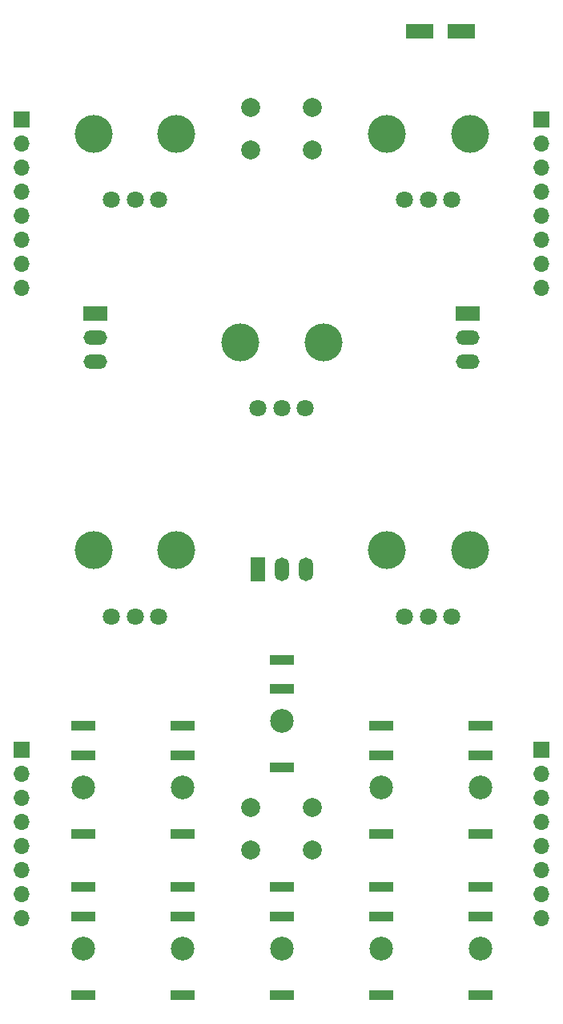
<source format=gbr>
G04 #@! TF.GenerationSoftware,KiCad,Pcbnew,(5.1.9)-1*
G04 #@! TF.CreationDate,2021-03-14T15:16:18+00:00*
G04 #@! TF.ProjectId,Retrospector_Controls,52657472-6f73-4706-9563-746f725f436f,rev?*
G04 #@! TF.SameCoordinates,Original*
G04 #@! TF.FileFunction,Soldermask,Top*
G04 #@! TF.FilePolarity,Negative*
%FSLAX46Y46*%
G04 Gerber Fmt 4.6, Leading zero omitted, Abs format (unit mm)*
G04 Created by KiCad (PCBNEW (5.1.9)-1) date 2021-03-14 15:16:18*
%MOMM*%
%LPD*%
G01*
G04 APERTURE LIST*
%ADD10C,4.000000*%
%ADD11C,1.800000*%
%ADD12O,2.500000X1.500000*%
%ADD13R,2.500000X1.500000*%
%ADD14O,1.500000X2.500000*%
%ADD15R,1.500000X2.500000*%
%ADD16C,2.500000*%
%ADD17R,2.500000X1.000000*%
%ADD18C,2.000000*%
%ADD19R,3.000000X1.600000*%
%ADD20R,1.700000X1.700000*%
%ADD21O,1.700000X1.700000*%
G04 APERTURE END LIST*
D10*
X110100000Y-65000000D03*
X118900000Y-65000000D03*
D11*
X112000000Y-72000000D03*
X114500000Y-72000000D03*
X117000000Y-72000000D03*
D12*
X149700000Y-89040000D03*
X149700000Y-86500000D03*
D13*
X149700000Y-83960000D03*
D14*
X132540000Y-111000000D03*
X130000000Y-111000000D03*
D15*
X127460000Y-111000000D03*
D12*
X110300000Y-89040000D03*
X110300000Y-86500000D03*
D13*
X110300000Y-83960000D03*
D16*
X130000000Y-127000000D03*
D17*
X130000000Y-120520000D03*
X130000000Y-123620000D03*
X130000000Y-131920000D03*
D16*
X109000000Y-151000000D03*
D17*
X109000000Y-144520000D03*
X109000000Y-147620000D03*
X109000000Y-155920000D03*
D16*
X119500000Y-134000000D03*
D17*
X119500000Y-127520000D03*
X119500000Y-130620000D03*
X119500000Y-138920000D03*
D16*
X140500000Y-134000000D03*
D17*
X140500000Y-127520000D03*
X140500000Y-130620000D03*
X140500000Y-138920000D03*
D16*
X109000000Y-134000000D03*
D17*
X109000000Y-127520000D03*
X109000000Y-130620000D03*
X109000000Y-138920000D03*
D16*
X119500000Y-151000000D03*
D17*
X119500000Y-144520000D03*
X119500000Y-147620000D03*
X119500000Y-155920000D03*
D16*
X140500000Y-151000000D03*
D17*
X140500000Y-144520000D03*
X140500000Y-147620000D03*
X140500000Y-155920000D03*
D16*
X130000000Y-151000000D03*
D17*
X130000000Y-144520000D03*
X130000000Y-147620000D03*
X130000000Y-155920000D03*
D16*
X151000000Y-134000000D03*
D17*
X151000000Y-127520000D03*
X151000000Y-130620000D03*
X151000000Y-138920000D03*
D16*
X151000000Y-151000000D03*
D17*
X151000000Y-144520000D03*
X151000000Y-147620000D03*
X151000000Y-155920000D03*
D10*
X125600000Y-87000000D03*
X134400000Y-87000000D03*
D11*
X127500000Y-94000000D03*
X130000000Y-94000000D03*
X132500000Y-94000000D03*
D10*
X110100000Y-109000000D03*
X118900000Y-109000000D03*
D11*
X112000000Y-116000000D03*
X114500000Y-116000000D03*
X117000000Y-116000000D03*
D10*
X141100000Y-109000000D03*
X149900000Y-109000000D03*
D11*
X143000000Y-116000000D03*
X145500000Y-116000000D03*
X148000000Y-116000000D03*
D10*
X141100000Y-65000000D03*
X149900000Y-65000000D03*
D11*
X143000000Y-72000000D03*
X145500000Y-72000000D03*
X148000000Y-72000000D03*
D18*
X126750000Y-136150000D03*
X126750000Y-140650000D03*
X133250000Y-136150000D03*
X133250000Y-140650000D03*
X126750000Y-62250000D03*
X126750000Y-66750000D03*
X133250000Y-62250000D03*
X133250000Y-66750000D03*
D19*
X149000000Y-54200000D03*
X144600000Y-54200000D03*
D20*
X157500000Y-130000000D03*
D21*
X157500000Y-132540000D03*
X157500000Y-135080000D03*
X157500000Y-137620000D03*
X157500000Y-140160000D03*
X157500000Y-142700000D03*
X157500000Y-145240000D03*
X157500000Y-147780000D03*
D20*
X157500000Y-63500000D03*
D21*
X157500000Y-66040000D03*
X157500000Y-68580000D03*
X157500000Y-71120000D03*
X157500000Y-73660000D03*
X157500000Y-76200000D03*
X157500000Y-78740000D03*
X157500000Y-81280000D03*
D20*
X102500000Y-130000000D03*
D21*
X102500000Y-132540000D03*
X102500000Y-135080000D03*
X102500000Y-137620000D03*
X102500000Y-140160000D03*
X102500000Y-142700000D03*
X102500000Y-145240000D03*
X102500000Y-147780000D03*
D20*
X102500000Y-63500000D03*
D21*
X102500000Y-66040000D03*
X102500000Y-68580000D03*
X102500000Y-71120000D03*
X102500000Y-73660000D03*
X102500000Y-76200000D03*
X102500000Y-78740000D03*
X102500000Y-81280000D03*
M02*

</source>
